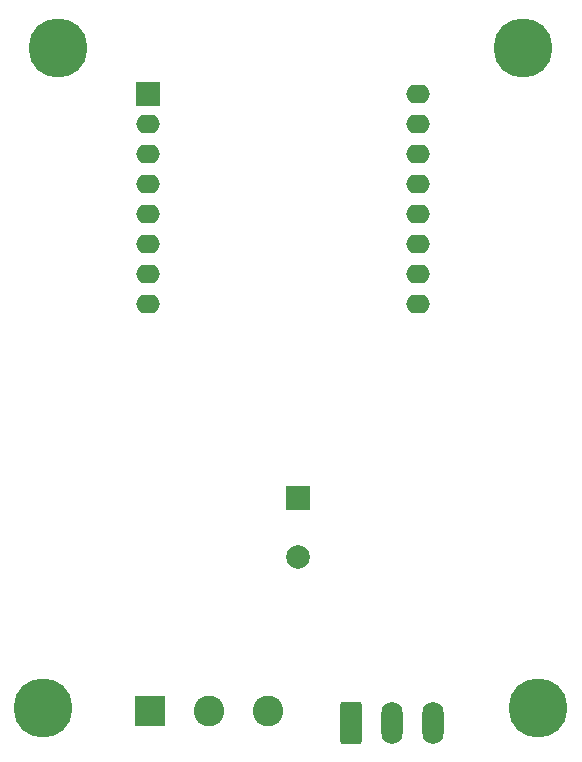
<source format=gbr>
%TF.GenerationSoftware,KiCad,Pcbnew,7.0.7*%
%TF.CreationDate,2023-10-27T22:05:31-06:00*%
%TF.ProjectId,RatGDO-OpenSource,52617447-444f-42d4-9f70-656e536f7572,rev?*%
%TF.SameCoordinates,Original*%
%TF.FileFunction,Soldermask,Bot*%
%TF.FilePolarity,Negative*%
%FSLAX46Y46*%
G04 Gerber Fmt 4.6, Leading zero omitted, Abs format (unit mm)*
G04 Created by KiCad (PCBNEW 7.0.7) date 2023-10-27 22:05:31*
%MOMM*%
%LPD*%
G01*
G04 APERTURE LIST*
G04 Aperture macros list*
%AMRoundRect*
0 Rectangle with rounded corners*
0 $1 Rounding radius*
0 $2 $3 $4 $5 $6 $7 $8 $9 X,Y pos of 4 corners*
0 Add a 4 corners polygon primitive as box body*
4,1,4,$2,$3,$4,$5,$6,$7,$8,$9,$2,$3,0*
0 Add four circle primitives for the rounded corners*
1,1,$1+$1,$2,$3*
1,1,$1+$1,$4,$5*
1,1,$1+$1,$6,$7*
1,1,$1+$1,$8,$9*
0 Add four rect primitives between the rounded corners*
20,1,$1+$1,$2,$3,$4,$5,0*
20,1,$1+$1,$4,$5,$6,$7,0*
20,1,$1+$1,$6,$7,$8,$9,0*
20,1,$1+$1,$8,$9,$2,$3,0*%
G04 Aperture macros list end*
%ADD10C,5.000000*%
%ADD11R,2.000000X2.000000*%
%ADD12O,2.000000X1.600000*%
%ADD13C,2.000000*%
%ADD14RoundRect,0.250000X-0.650000X-1.550000X0.650000X-1.550000X0.650000X1.550000X-0.650000X1.550000X0*%
%ADD15O,1.800000X3.600000*%
%ADD16R,2.600000X2.600000*%
%ADD17C,2.600000*%
G04 APERTURE END LIST*
D10*
%TO.C,REF\u002A\u002A*%
X161290000Y-62230000D03*
%TD*%
%TO.C,REF\u002A\u002A*%
X162560000Y-118110000D03*
%TD*%
D11*
%TO.C,U1*%
X129547500Y-66160000D03*
D12*
X129547500Y-68700000D03*
X129547500Y-71240000D03*
X129547500Y-73780000D03*
X129547500Y-76320000D03*
X129547500Y-78860000D03*
X129547500Y-81400000D03*
X129547500Y-83940000D03*
X152407500Y-83940000D03*
X152407500Y-81400000D03*
X152407500Y-78860000D03*
X152407500Y-76320000D03*
X152407500Y-73780000D03*
X152407500Y-71240000D03*
X152407500Y-68700000D03*
X152407500Y-66160000D03*
%TD*%
D10*
%TO.C,REF\u002A\u002A*%
X120650000Y-118110000D03*
%TD*%
%TO.C,REF\u002A\u002A*%
X121920000Y-62230000D03*
%TD*%
D11*
%TO.C,C2*%
X142240000Y-100330000D03*
D13*
X142240000Y-105330000D03*
%TD*%
D14*
%TO.C,J2*%
X146670000Y-119380000D03*
D15*
X150170000Y-119380000D03*
X153670000Y-119380000D03*
%TD*%
D16*
%TO.C,J1*%
X129700000Y-118415000D03*
D17*
X134700000Y-118415000D03*
X139700000Y-118415000D03*
%TD*%
M02*

</source>
